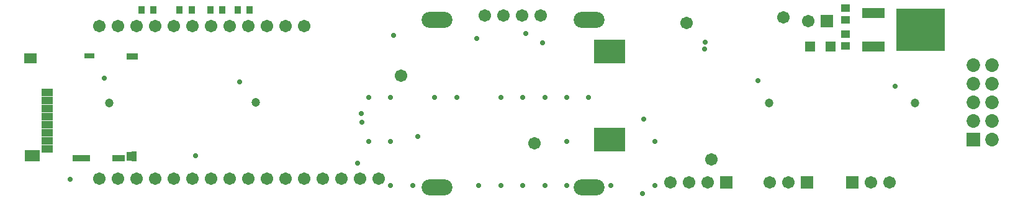
<source format=gbs>
G04 Layer_Color=16711935*
%FSAX25Y25*%
%MOIN*%
G70*
G01*
G75*
%ADD41R,0.03556X0.04147*%
%ADD43R,0.07296X0.07296*%
%ADD44C,0.07296*%
%ADD45C,0.04737*%
%ADD46C,0.06706*%
%ADD47C,0.06710*%
%ADD48O,0.16548X0.08674*%
%ADD49R,0.06706X0.06706*%
%ADD50C,0.06706*%
%ADD51C,0.02768*%
%ADD52R,0.16548X0.12611*%
%ADD53R,0.06706X0.05367*%
%ADD54R,0.05328X0.03162*%
%ADD55R,0.05918X0.03359*%
%ADD56R,0.02572X0.05328*%
%ADD57R,0.02572X0.05131*%
%ADD58R,0.07099X0.03359*%
%ADD59R,0.09225X0.03359*%
%ADD60R,0.07887X0.06115*%
%ADD61R,0.06312X0.03950*%
%ADD62R,0.05524X0.05524*%
%ADD63R,0.04540X0.04147*%
%ADD64R,0.12020X0.05721*%
%ADD65R,0.26391X0.22650*%
D41*
X0263939Y0377857D02*
D03*
X0257443D02*
D03*
X0226857Y0377842D02*
D03*
X0220361D02*
D03*
X0240961D02*
D03*
X0247457D02*
D03*
X0272043Y0377857D02*
D03*
X0278539D02*
D03*
D43*
X0667218Y0308183D02*
D03*
D44*
Y0318183D02*
D03*
Y0328183D02*
D03*
Y0338183D02*
D03*
Y0348183D02*
D03*
X0677218Y0308183D02*
D03*
Y0318183D02*
D03*
Y0328183D02*
D03*
Y0338183D02*
D03*
Y0348183D02*
D03*
D45*
X0635900Y0327700D02*
D03*
X0281700Y0328000D02*
D03*
X0203100Y0327700D02*
D03*
X0557400D02*
D03*
D46*
X0198000Y0369163D02*
D03*
X0208000D02*
D03*
X0218000D02*
D03*
X0228000D02*
D03*
X0238000D02*
D03*
X0248000D02*
D03*
X0258000D02*
D03*
X0268000D02*
D03*
X0278000D02*
D03*
X0288000D02*
D03*
X0298000D02*
D03*
X0308000D02*
D03*
X0258000Y0287037D02*
D03*
X0268000D02*
D03*
X0278000D02*
D03*
X0248000D02*
D03*
X0238000D02*
D03*
X0228000D02*
D03*
X0218000D02*
D03*
X0288000Y0287076D02*
D03*
X0298000Y0287037D02*
D03*
X0308000D02*
D03*
X0318000D02*
D03*
X0328000D02*
D03*
X0338000D02*
D03*
X0348000D02*
D03*
X0208000D02*
D03*
X0198000D02*
D03*
X0404835Y0374870D02*
D03*
D47*
X0434874D02*
D03*
X0424835Y0374831D02*
D03*
X0414835D02*
D03*
D48*
X0460898Y0282469D02*
D03*
X0379165D02*
D03*
X0379205Y0372232D02*
D03*
X0460898D02*
D03*
D49*
X0602300Y0284900D02*
D03*
X0578000Y0285000D02*
D03*
X0588400Y0371600D02*
D03*
X0534500Y0285000D02*
D03*
D50*
X0612300Y0284900D02*
D03*
X0622300D02*
D03*
X0568000Y0285000D02*
D03*
X0558000D02*
D03*
X0578400Y0371600D02*
D03*
X0504500Y0285000D02*
D03*
X0514500D02*
D03*
X0524500D02*
D03*
X0431400Y0306200D02*
D03*
X0526500Y0297500D02*
D03*
X0513100Y0370700D02*
D03*
X0359800Y0342500D02*
D03*
X0565100Y0373800D02*
D03*
D51*
X0496063Y0307086D02*
D03*
Y0283465D02*
D03*
X0490157Y0318898D02*
D03*
X0472441Y0283465D02*
D03*
X0460630Y0330709D02*
D03*
X0448819D02*
D03*
Y0307086D02*
D03*
Y0283465D02*
D03*
X0437008Y0330709D02*
D03*
Y0283465D02*
D03*
X0425197Y0330709D02*
D03*
Y0283465D02*
D03*
X0413386Y0330709D02*
D03*
Y0283465D02*
D03*
X0401575D02*
D03*
X0389764Y0330709D02*
D03*
X0377953D02*
D03*
X0366142Y0283465D02*
D03*
X0354331Y0330709D02*
D03*
Y0307086D02*
D03*
Y0283465D02*
D03*
X0342520Y0330709D02*
D03*
Y0307086D02*
D03*
X0336614Y0295275D02*
D03*
X0182100Y0286600D02*
D03*
X0338900Y0317500D02*
D03*
X0249600Y0299500D02*
D03*
X0489500Y0279000D02*
D03*
X0356000Y0364000D02*
D03*
X0400500Y0362500D02*
D03*
X0427000Y0365000D02*
D03*
X0436000Y0360000D02*
D03*
X0368800Y0309600D02*
D03*
X0273100Y0338900D02*
D03*
X0200400Y0341000D02*
D03*
X0338500Y0322000D02*
D03*
X0523100Y0360500D02*
D03*
X0522800Y0356800D02*
D03*
X0551400Y0339700D02*
D03*
X0625300Y0336600D02*
D03*
D52*
X0471916Y0308068D02*
D03*
Y0355313D02*
D03*
D53*
X0160944Y0351858D02*
D03*
D54*
X0192342Y0352961D02*
D03*
D55*
X0215669Y0352862D02*
D03*
D56*
X0216554Y0299122D02*
D03*
D57*
X0213956Y0299024D02*
D03*
D58*
X0208031Y0298138D02*
D03*
D59*
X0188031D02*
D03*
D60*
X0161928Y0299417D02*
D03*
D61*
X0169999Y0302921D02*
D03*
Y0307252D02*
D03*
Y0311583D02*
D03*
Y0315913D02*
D03*
Y0320244D02*
D03*
Y0324575D02*
D03*
Y0328906D02*
D03*
Y0333236D02*
D03*
D62*
X0579488Y0358200D02*
D03*
X0590512D02*
D03*
D63*
X0598600Y0372250D02*
D03*
Y0378550D02*
D03*
X0598500Y0358250D02*
D03*
Y0364550D02*
D03*
D64*
X0613543Y0358184D02*
D03*
Y0376137D02*
D03*
D65*
X0638700Y0367200D02*
D03*
M02*

</source>
